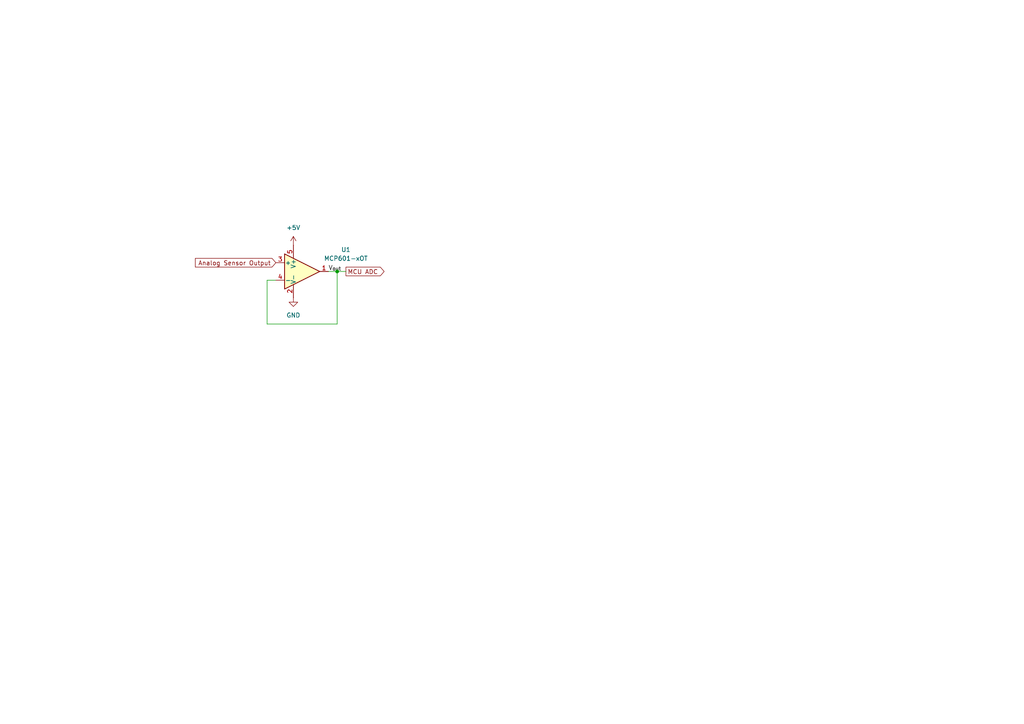
<source format=kicad_sch>
(kicad_sch (version 20250114) (generator "eeschema") (generator_version "9.0")
  (paper "A4")
  (lib_symbols
    (symbol "Amplifier_Operational:MCP601-xOT" (pin_names (offset 0.127))
      (property "Reference" "U" (at -1.27 6.35 0))
      (property "Value" "MCP601-xOT" (at -1.27 3.81 0))
      (symbol "MCP601-xOT_0_1"
        (polyline (pts (xy -5.08 5.08) (xy 5.08 0) (xy -5.08 -5.08) (xy -5.08 5.08)) (stroke (width 0.254)) (fill (type background)))
        (pin power_in line (at -2.54 7.62 270) (length 3.81) (name "V+") (number "5"))
        (pin power_in line (at -2.54 -7.62 90) (length 3.81) (name "V-") (number "2"))
      )
      (symbol "MCP601-xOT_1_1"
        (pin input line (at -7.62 2.54 0) (length 2.54) (name "+") (number "3"))
        (pin input line (at -7.62 -2.54 0) (length 2.54) (name "-") (number "4"))
        (pin output line (at 7.62 0 180) (length 2.54) (name "~") (number "1"))
      )
    )
    (symbol "power:+5V" (power) (pin_numbers (hide yes)) (pin_names (offset 0) (hide yes))
      (property "Value" "+5V" (at 0 3.556 0))
      (symbol "+5V_0_1"
        (polyline (pts (xy -0.762 1.27) (xy 0 2.54)))
        (polyline (pts (xy 0 2.54) (xy 0.762 1.27)))
        (polyline (pts (xy 0 0) (xy 0 2.54)))
      )
      (symbol "+5V_1_1"
        (pin power_in line (at 0 0 90) (length 0) (name "~") (number "1"))
      )
    )
    (symbol "power:GND" (power) (pin_numbers (hide yes)) (pin_names (offset 0) (hide yes))
      (property "Value" "GND" (at 0 -3.81 0))
      (symbol "GND_0_1"
        (polyline (pts (xy 0 0) (xy 0 -1.27) (xy 1.27 -1.27) (xy 0 -2.54) (xy -1.27 -1.27) (xy 0 -1.27)))
      )
      (symbol "GND_1_1"
        (pin power_in line (at 0 0 270) (length 0) (name "~") (number "1"))
      )
    )
  )
  (junction (at 97.79 78.74))
  (wire (pts (xy 77.47 93.98) (xy 97.79 93.98)))
  (wire (pts (xy 97.79 78.74) (xy 95.25 78.74)))
  (wire (pts (xy 97.79 93.98) (xy 97.79 78.74)))
  (wire (pts (xy 80.01 81.28) (xy 77.47 81.28)))
  (wire (pts (xy 77.47 81.28) (xy 77.47 93.98)))
  (wire (pts (xy 97.79 78.74) (xy 100.33 78.74)))
  (label "V_{out}" (at 95.25 78.74 0))
  (global_label "Analog Sensor Output" (shape input) (at 80.01 76.2 180) (property "Intersheetrefs" "${INTERSHEET_REFS}" (effects (hide yes))))
  (global_label "MCU ADC" (shape output) (at 100.33 78.74 0) (property "Intersheetrefs" "${INTERSHEET_REFS}" (effects (hide yes))))
  (symbol (lib_id "power:+5V") (at 85.09 71.12 0) (unit 1)
    (property "Reference" "#PWR02" (effects (hide yes)))
    (property "Value" "+5V" (at 85.09 66.04 0))
    (property "Description" "Power symbol creates a global label with name \"+5V\"" (effects (hide yes)))
  )
  (symbol (lib_id "power:GND") (at 85.09 86.36 0) (unit 1)
    (property "Reference" "#PWR01" (effects (hide yes)))
    (property "Value" "GND" (at 85.09 91.44 0))
    (property "Description" "Power symbol creates a global label with name \"GND\" , ground" (effects (hide yes)))
  )
  (symbol (lib_id "Amplifier_Operational:MCP601-xOT") (at 87.63 78.74 0) (unit 1)
    (property "Reference" "U1" (at 100.33 72.4214 0))
    (property "Value" "MCP601-xOT" (at 100.33 74.9614 0))
    (property "Footprint" "Package_TO_SOT_SMD:SOT-23-5" (effects (hide yes)))
    (property "Datasheet" "http://ww1.microchip.com/downloads/en/DeviceDoc/21314g.pdf" (effects (hide yes)))
    (property "Description" "Single 2.7V to 6.0V Single Supply CMOS Op Amps, SOT-23-5" (effects (hide yes)))
  )
)
</source>
